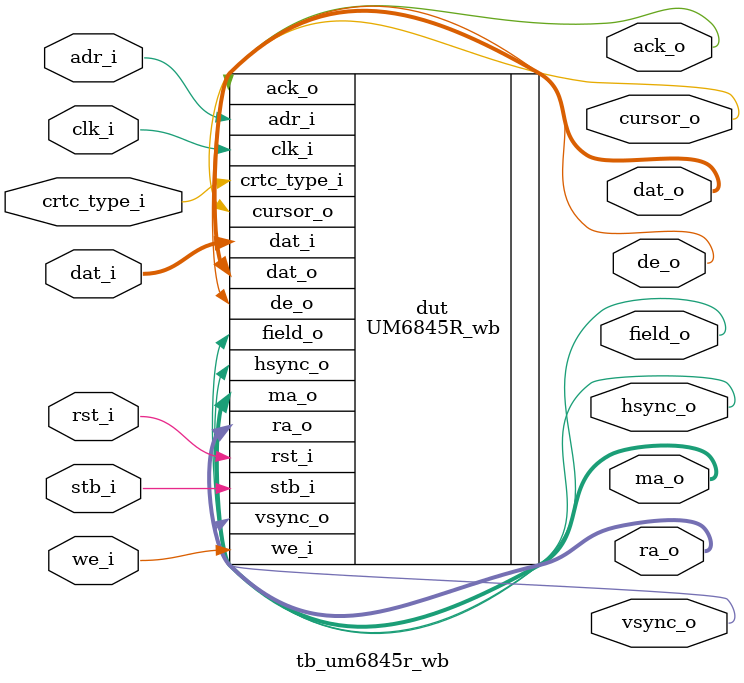
<source format=sv>
module tb_um6845r_wb(
	// Wishbone Interface
	input            clk_i,
	input            rst_i,
	
	input      [0:0] adr_i,
	input      [7:0] dat_i,
	output reg [7:0] dat_o,
	input            we_i,
	input            stb_i,
	output reg       ack_o,
	
	// CRTC Configuration
	input            crtc_type_i,
	
	// Video Outputs
	output reg       vsync_o,
	output reg       hsync_o,
	output           de_o,
	output           field_o,
	output           cursor_o,
	
	// Memory Address
	output    [13:0] ma_o,
	output     [4:0] ra_o
);

	// Instantiate DUT
	UM6845R_wb dut (
		// Wishbone Interface
		.clk_i(clk_i),
		.rst_i(rst_i),
		
		.adr_i(adr_i),
		.dat_i(dat_i),
		.dat_o(dat_o),
		.we_i(we_i),
		.stb_i(stb_i),
		.ack_o(ack_o),
		
		// CRTC Configuration
		.crtc_type_i(crtc_type_i),
		
		// Video Outputs
		.vsync_o(vsync_o),
		.hsync_o(hsync_o),
		.de_o(de_o),
		.field_o(field_o),
		.cursor_o(cursor_o),
		
		// Memory Address
		.ma_o(ma_o),
		.ra_o(ra_o)
	);

endmodule

</source>
